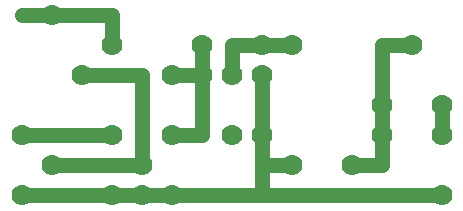
<source format=gbl>
G75*
%MOIN*%
%OFA0B0*%
%FSLAX25Y25*%
%IPPOS*%
%LPD*%
%AMOC8*
5,1,8,0,0,1.08239X$1,22.5*
%
%ADD10C,0.07000*%
%ADD11C,0.05000*%
D10*
X0011000Y0011000D03*
X0021000Y0021000D03*
X0011000Y0031000D03*
X0041000Y0031000D03*
X0051000Y0021000D03*
X0051000Y0011000D03*
X0041000Y0011000D03*
X0061000Y0011000D03*
X0061000Y0031000D03*
X0081000Y0031000D03*
X0091000Y0031000D03*
X0101000Y0021000D03*
X0121000Y0021000D03*
X0131000Y0031000D03*
X0131000Y0041000D03*
X0151000Y0041000D03*
X0151000Y0031000D03*
X0151000Y0011000D03*
X0091000Y0051000D03*
X0081000Y0051000D03*
X0071000Y0051000D03*
X0061000Y0051000D03*
X0071000Y0061000D03*
X0091000Y0061000D03*
X0101000Y0061000D03*
X0141000Y0061000D03*
X0041000Y0061000D03*
X0031000Y0051000D03*
X0021000Y0071000D03*
D11*
X0011000Y0071000D01*
X0041000Y0071000D01*
X0041000Y0061000D01*
X0051000Y0051000D02*
X0031000Y0051000D01*
X0051000Y0051000D02*
X0051000Y0021000D01*
X0021000Y0021000D01*
X0011000Y0011000D02*
X0041000Y0011000D01*
X0051000Y0011000D01*
X0061000Y0011000D01*
X0091000Y0011000D01*
X0151000Y0011000D01*
X0131000Y0021000D02*
X0131000Y0031000D01*
X0131000Y0041000D01*
X0131000Y0061000D01*
X0141000Y0061000D01*
X0151000Y0041000D02*
X0151000Y0031000D01*
X0131000Y0021000D02*
X0121000Y0021000D01*
X0101000Y0021000D02*
X0091000Y0021000D01*
X0091000Y0031000D01*
X0091000Y0051000D01*
X0081000Y0051000D02*
X0081000Y0061000D01*
X0091000Y0061000D01*
X0101000Y0061000D01*
X0071000Y0061000D02*
X0071000Y0051000D01*
X0061000Y0051000D01*
X0071000Y0051000D01*
X0071000Y0031000D01*
X0061000Y0031000D01*
X0041000Y0031000D02*
X0011000Y0031000D01*
X0061000Y0051000D02*
X0071000Y0051000D01*
X0091000Y0021000D02*
X0091000Y0011000D01*
M02*

</source>
